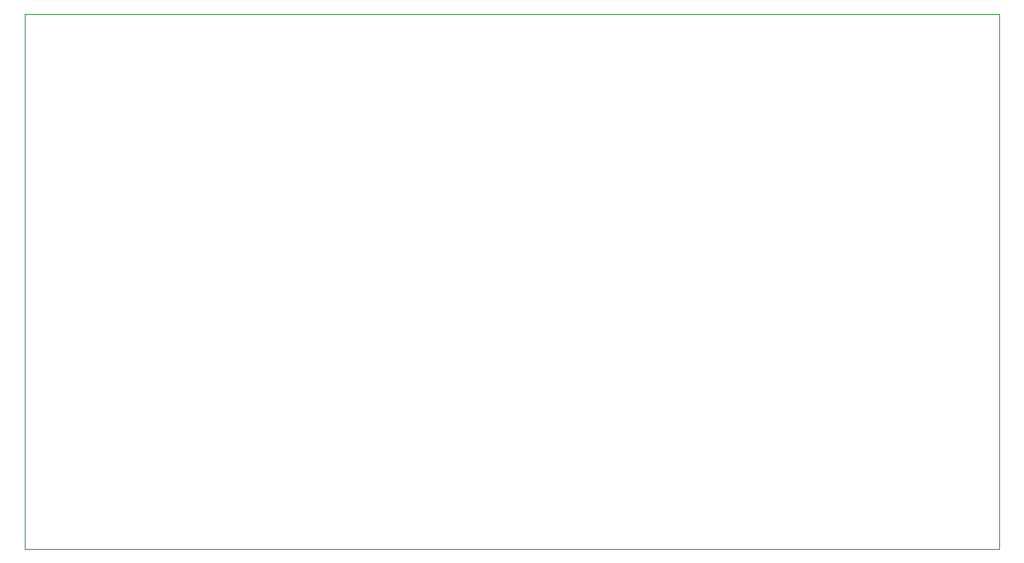
<source format=gbr>
%TF.GenerationSoftware,KiCad,Pcbnew,(6.0.0)*%
%TF.CreationDate,2022-05-27T19:13:27+02:00*%
%TF.ProjectId,Eurorack bus board,4575726f-7261-4636-9b20-62757320626f,rev?*%
%TF.SameCoordinates,Original*%
%TF.FileFunction,Profile,NP*%
%FSLAX46Y46*%
G04 Gerber Fmt 4.6, Leading zero omitted, Abs format (unit mm)*
G04 Created by KiCad (PCBNEW (6.0.0)) date 2022-05-27 19:13:27*
%MOMM*%
%LPD*%
G01*
G04 APERTURE LIST*
%TA.AperFunction,Profile*%
%ADD10C,0.100000*%
%TD*%
G04 APERTURE END LIST*
D10*
X150000000Y-150000000D02*
X50000000Y-150000000D01*
X50000000Y-150000000D02*
X50000000Y-95000000D01*
X50000000Y-95000000D02*
X150000000Y-95000000D01*
X150000000Y-95000000D02*
X150000000Y-150000000D01*
M02*

</source>
